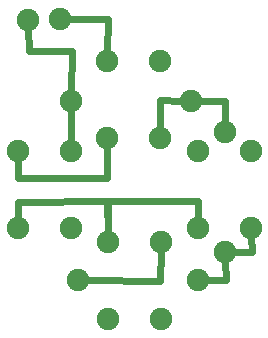
<source format=gtl>
G04 MADE WITH FRITZING*
G04 WWW.FRITZING.ORG*
G04 DOUBLE SIDED*
G04 HOLES PLATED*
G04 CONTOUR ON CENTER OF CONTOUR VECTOR*
%ASAXBY*%
%FSLAX23Y23*%
%MOIN*%
%OFA0B0*%
%SFA1.0B1.0*%
%ADD10C,0.075000*%
%ADD11C,0.024000*%
%ADD12R,0.001000X0.001000*%
%LNCOPPER1*%
G90*
G70*
G54D10*
X811Y723D03*
X811Y323D03*
X721Y229D03*
X321Y229D03*
X297Y827D03*
X697Y827D03*
X421Y101D03*
X421Y357D03*
X598Y101D03*
X598Y357D03*
X720Y404D03*
X720Y660D03*
X897Y404D03*
X897Y660D03*
X419Y703D03*
X419Y959D03*
X596Y703D03*
X596Y959D03*
X120Y404D03*
X120Y659D03*
X298Y404D03*
X298Y659D03*
X261Y1100D03*
X155Y1098D03*
G54D11*
X159Y992D02*
X156Y1069D01*
D02*
X300Y992D02*
X159Y992D01*
D02*
X298Y856D02*
X300Y992D01*
D02*
X297Y688D02*
X297Y799D01*
D02*
X901Y322D02*
X899Y375D01*
D02*
X840Y323D02*
X901Y322D01*
D02*
X749Y229D02*
X815Y230D01*
D02*
X815Y230D02*
X812Y294D01*
D02*
X594Y830D02*
X596Y732D01*
D02*
X669Y828D02*
X594Y830D01*
D02*
X419Y988D02*
X422Y1101D01*
D02*
X422Y1101D02*
X290Y1100D01*
D02*
X121Y571D02*
X419Y571D01*
D02*
X419Y571D02*
X419Y675D01*
D02*
X121Y631D02*
X121Y571D01*
D02*
X722Y492D02*
X418Y493D01*
D02*
X418Y493D02*
X420Y386D01*
D02*
X721Y432D02*
X722Y492D01*
D02*
X420Y493D02*
X121Y491D01*
D02*
X121Y491D02*
X121Y432D01*
D02*
X421Y386D02*
X420Y493D01*
D02*
X812Y828D02*
X726Y827D01*
D02*
X811Y752D02*
X812Y828D01*
D02*
X596Y226D02*
X598Y328D01*
D02*
X349Y229D02*
X596Y226D01*
G54D12*
D02*
G04 End of Copper1*
M02*
</source>
